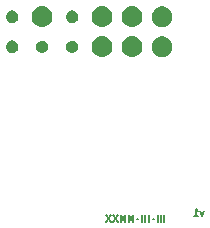
<source format=gbs>
%TF.GenerationSoftware,KiCad,Pcbnew,(5.1.2-1)-1*%
%TF.CreationDate,2020-09-09T12:05:02+02:00*%
%TF.ProjectId,N64 RGB AMP v1,4e363420-5247-4422-9041-4d502076312e,2.21*%
%TF.SameCoordinates,Original*%
%TF.FileFunction,Soldermask,Bot*%
%TF.FilePolarity,Negative*%
%FSLAX46Y46*%
G04 Gerber Fmt 4.6, Leading zero omitted, Abs format (unit mm)*
G04 Created by KiCad (PCBNEW (5.1.2-1)-1) date 2020-09-09 12:05:02*
%MOMM*%
%LPD*%
G04 APERTURE LIST*
%ADD10C,0.150000*%
G04 APERTURE END LIST*
D10*
X134738571Y-166561428D02*
X134738571Y-165961428D01*
X134452857Y-166561428D02*
X134452857Y-165961428D01*
X134167142Y-166561428D02*
X134167142Y-165961428D01*
X133795714Y-166304285D02*
X133824285Y-166332857D01*
X133795714Y-166361428D01*
X133767142Y-166332857D01*
X133795714Y-166304285D01*
X133795714Y-166361428D01*
X133424285Y-166561428D02*
X133424285Y-165961428D01*
X133138571Y-166561428D02*
X133138571Y-165961428D01*
X132852857Y-166561428D02*
X132852857Y-165961428D01*
X132481428Y-166304285D02*
X132510000Y-166332857D01*
X132481428Y-166361428D01*
X132452857Y-166332857D01*
X132481428Y-166304285D01*
X132481428Y-166361428D01*
X132110000Y-166561428D02*
X132110000Y-165961428D01*
X131910000Y-166390000D01*
X131710000Y-165961428D01*
X131710000Y-166561428D01*
X131424285Y-166561428D02*
X131424285Y-165961428D01*
X131224285Y-166390000D01*
X131024285Y-165961428D01*
X131024285Y-166561428D01*
X130795714Y-165961428D02*
X130395714Y-166561428D01*
X130395714Y-165961428D02*
X130795714Y-166561428D01*
X130224285Y-165961428D02*
X129824285Y-166561428D01*
X129824285Y-165961428D02*
X130224285Y-166561428D01*
X138078571Y-165691428D02*
X137935714Y-166091428D01*
X137792857Y-165691428D01*
X137250000Y-166091428D02*
X137592857Y-166091428D01*
X137421428Y-166091428D02*
X137421428Y-165491428D01*
X137478571Y-165577142D01*
X137535714Y-165634285D01*
X137592857Y-165662857D01*
G36*
X134673442Y-150878407D02*
G01*
X134800231Y-150903626D01*
X134959465Y-150969583D01*
X134959468Y-150969585D01*
X135102780Y-151065343D01*
X135224657Y-151187220D01*
X135286483Y-151279749D01*
X135320417Y-151330535D01*
X135386374Y-151489769D01*
X135403023Y-151573470D01*
X135420000Y-151658820D01*
X135420000Y-151831180D01*
X135416670Y-151847919D01*
X135386374Y-152000231D01*
X135320417Y-152159465D01*
X135320415Y-152159468D01*
X135224657Y-152302780D01*
X135102780Y-152424657D01*
X134959468Y-152520415D01*
X134959465Y-152520417D01*
X134800231Y-152586374D01*
X134694836Y-152607338D01*
X134631180Y-152620000D01*
X134458820Y-152620000D01*
X134395164Y-152607338D01*
X134289769Y-152586374D01*
X134130535Y-152520417D01*
X134130532Y-152520415D01*
X133987220Y-152424657D01*
X133865343Y-152302780D01*
X133769585Y-152159468D01*
X133769583Y-152159465D01*
X133703626Y-152000231D01*
X133673330Y-151847919D01*
X133670000Y-151831180D01*
X133670000Y-151658820D01*
X133686977Y-151573470D01*
X133703626Y-151489769D01*
X133769583Y-151330535D01*
X133803517Y-151279749D01*
X133865343Y-151187220D01*
X133987220Y-151065343D01*
X134130532Y-150969585D01*
X134130535Y-150969583D01*
X134289769Y-150903626D01*
X134416558Y-150878407D01*
X134458820Y-150870000D01*
X134631180Y-150870000D01*
X134673442Y-150878407D01*
X134673442Y-150878407D01*
G37*
G36*
X132176530Y-150882661D02*
G01*
X132341468Y-150932695D01*
X132493476Y-151013944D01*
X132626712Y-151123288D01*
X132736056Y-151256524D01*
X132817305Y-151408532D01*
X132867339Y-151573470D01*
X132884233Y-151745000D01*
X132867339Y-151916530D01*
X132817305Y-152081468D01*
X132736056Y-152233476D01*
X132626712Y-152366712D01*
X132493476Y-152476056D01*
X132341468Y-152557305D01*
X132176530Y-152607339D01*
X132047979Y-152620000D01*
X131962021Y-152620000D01*
X131833470Y-152607339D01*
X131668532Y-152557305D01*
X131516524Y-152476056D01*
X131383288Y-152366712D01*
X131273944Y-152233476D01*
X131192695Y-152081468D01*
X131142661Y-151916530D01*
X131125767Y-151745000D01*
X131142661Y-151573470D01*
X131192695Y-151408532D01*
X131273944Y-151256524D01*
X131383288Y-151123288D01*
X131516524Y-151013944D01*
X131668532Y-150932695D01*
X131833470Y-150882661D01*
X131962021Y-150870000D01*
X132047979Y-150870000D01*
X132176530Y-150882661D01*
X132176530Y-150882661D01*
G37*
G36*
X129636530Y-150882661D02*
G01*
X129801468Y-150932695D01*
X129953476Y-151013944D01*
X130086712Y-151123288D01*
X130196056Y-151256524D01*
X130277305Y-151408532D01*
X130327339Y-151573470D01*
X130344233Y-151745000D01*
X130327339Y-151916530D01*
X130277305Y-152081468D01*
X130196056Y-152233476D01*
X130086712Y-152366712D01*
X129953476Y-152476056D01*
X129801468Y-152557305D01*
X129636530Y-152607339D01*
X129507979Y-152620000D01*
X129422021Y-152620000D01*
X129293470Y-152607339D01*
X129128532Y-152557305D01*
X128976524Y-152476056D01*
X128843288Y-152366712D01*
X128733944Y-152233476D01*
X128652695Y-152081468D01*
X128602661Y-151916530D01*
X128585767Y-151745000D01*
X128602661Y-151573470D01*
X128652695Y-151408532D01*
X128733944Y-151256524D01*
X128843288Y-151123288D01*
X128976524Y-151013944D01*
X129128532Y-150932695D01*
X129293470Y-150882661D01*
X129422021Y-150870000D01*
X129507979Y-150870000D01*
X129636530Y-150882661D01*
X129636530Y-150882661D01*
G37*
G36*
X126989353Y-151223798D02*
G01*
X127027919Y-151227597D01*
X127069386Y-151240176D01*
X127126881Y-151257617D01*
X127218086Y-151306367D01*
X127298027Y-151371973D01*
X127363633Y-151451914D01*
X127412383Y-151543119D01*
X127442403Y-151642082D01*
X127452540Y-151745000D01*
X127442403Y-151847918D01*
X127412383Y-151946881D01*
X127363633Y-152038086D01*
X127298027Y-152118027D01*
X127218086Y-152183633D01*
X127126881Y-152232383D01*
X127077399Y-152247393D01*
X127027919Y-152262403D01*
X126989353Y-152266202D01*
X126950788Y-152270000D01*
X126899212Y-152270000D01*
X126860647Y-152266202D01*
X126822081Y-152262403D01*
X126772601Y-152247393D01*
X126723119Y-152232383D01*
X126631914Y-152183633D01*
X126551973Y-152118027D01*
X126486367Y-152038086D01*
X126437617Y-151946881D01*
X126407597Y-151847918D01*
X126397460Y-151745000D01*
X126407597Y-151642082D01*
X126437617Y-151543119D01*
X126486367Y-151451914D01*
X126551973Y-151371973D01*
X126631914Y-151306367D01*
X126723119Y-151257617D01*
X126780614Y-151240176D01*
X126822081Y-151227597D01*
X126860647Y-151223798D01*
X126899212Y-151220000D01*
X126950788Y-151220000D01*
X126989353Y-151223798D01*
X126989353Y-151223798D01*
G37*
G36*
X124449353Y-151223798D02*
G01*
X124487919Y-151227597D01*
X124529386Y-151240176D01*
X124586881Y-151257617D01*
X124678086Y-151306367D01*
X124758027Y-151371973D01*
X124823633Y-151451914D01*
X124872383Y-151543119D01*
X124902403Y-151642082D01*
X124912540Y-151745000D01*
X124902403Y-151847918D01*
X124872383Y-151946881D01*
X124823633Y-152038086D01*
X124758027Y-152118027D01*
X124678086Y-152183633D01*
X124586881Y-152232383D01*
X124537399Y-152247393D01*
X124487919Y-152262403D01*
X124449353Y-152266202D01*
X124410788Y-152270000D01*
X124359212Y-152270000D01*
X124320647Y-152266202D01*
X124282081Y-152262403D01*
X124232601Y-152247393D01*
X124183119Y-152232383D01*
X124091914Y-152183633D01*
X124011973Y-152118027D01*
X123946367Y-152038086D01*
X123897617Y-151946881D01*
X123867597Y-151847918D01*
X123857460Y-151745000D01*
X123867597Y-151642082D01*
X123897617Y-151543119D01*
X123946367Y-151451914D01*
X124011973Y-151371973D01*
X124091914Y-151306367D01*
X124183119Y-151257617D01*
X124240614Y-151240176D01*
X124282081Y-151227597D01*
X124320647Y-151223798D01*
X124359212Y-151220000D01*
X124410788Y-151220000D01*
X124449353Y-151223798D01*
X124449353Y-151223798D01*
G37*
G36*
X121922065Y-151225044D02*
G01*
X121998140Y-151240176D01*
X122093677Y-151279749D01*
X122093678Y-151279750D01*
X122093681Y-151279751D01*
X122179668Y-151337206D01*
X122252794Y-151410332D01*
X122310249Y-151496319D01*
X122310250Y-151496322D01*
X122310251Y-151496323D01*
X122349824Y-151591860D01*
X122370000Y-151693293D01*
X122370000Y-151796707D01*
X122349824Y-151898140D01*
X122310251Y-151993677D01*
X122310249Y-151993681D01*
X122252794Y-152079668D01*
X122179668Y-152152794D01*
X122093681Y-152210249D01*
X122093678Y-152210250D01*
X122093677Y-152210251D01*
X121998140Y-152249824D01*
X121934900Y-152262403D01*
X121896708Y-152270000D01*
X121793292Y-152270000D01*
X121755100Y-152262403D01*
X121691860Y-152249824D01*
X121596323Y-152210251D01*
X121596322Y-152210250D01*
X121596319Y-152210249D01*
X121510332Y-152152794D01*
X121437206Y-152079668D01*
X121379751Y-151993681D01*
X121379749Y-151993677D01*
X121340176Y-151898140D01*
X121320000Y-151796707D01*
X121320000Y-151693293D01*
X121340176Y-151591860D01*
X121379749Y-151496323D01*
X121379750Y-151496322D01*
X121379751Y-151496319D01*
X121437206Y-151410332D01*
X121510332Y-151337206D01*
X121596319Y-151279751D01*
X121596322Y-151279750D01*
X121596323Y-151279749D01*
X121691860Y-151240176D01*
X121767935Y-151225044D01*
X121793292Y-151220000D01*
X121896708Y-151220000D01*
X121922065Y-151225044D01*
X121922065Y-151225044D01*
G37*
G36*
X134673442Y-148338407D02*
G01*
X134800231Y-148363626D01*
X134959465Y-148429583D01*
X134959468Y-148429585D01*
X135102780Y-148525343D01*
X135224657Y-148647220D01*
X135260041Y-148700176D01*
X135320417Y-148790535D01*
X135386374Y-148949769D01*
X135420000Y-149118821D01*
X135420000Y-149291179D01*
X135386374Y-149460231D01*
X135320417Y-149619465D01*
X135320415Y-149619468D01*
X135224657Y-149762780D01*
X135102780Y-149884657D01*
X134959468Y-149980415D01*
X134959465Y-149980417D01*
X134800231Y-150046374D01*
X134694836Y-150067338D01*
X134631180Y-150080000D01*
X134458820Y-150080000D01*
X134395164Y-150067338D01*
X134289769Y-150046374D01*
X134130535Y-149980417D01*
X134130532Y-149980415D01*
X133987220Y-149884657D01*
X133865343Y-149762780D01*
X133769585Y-149619468D01*
X133769583Y-149619465D01*
X133703626Y-149460231D01*
X133670000Y-149291179D01*
X133670000Y-149118821D01*
X133703626Y-148949769D01*
X133769583Y-148790535D01*
X133829959Y-148700176D01*
X133865343Y-148647220D01*
X133987220Y-148525343D01*
X134130532Y-148429585D01*
X134130535Y-148429583D01*
X134289769Y-148363626D01*
X134416558Y-148338407D01*
X134458820Y-148330000D01*
X134631180Y-148330000D01*
X134673442Y-148338407D01*
X134673442Y-148338407D01*
G37*
G36*
X132176530Y-148342661D02*
G01*
X132341468Y-148392695D01*
X132493476Y-148473944D01*
X132626712Y-148583288D01*
X132736056Y-148716524D01*
X132817305Y-148868532D01*
X132867339Y-149033470D01*
X132884233Y-149205000D01*
X132867339Y-149376530D01*
X132817305Y-149541468D01*
X132736056Y-149693476D01*
X132626712Y-149826712D01*
X132493476Y-149936056D01*
X132341468Y-150017305D01*
X132176530Y-150067339D01*
X132047979Y-150080000D01*
X131962021Y-150080000D01*
X131833470Y-150067339D01*
X131668532Y-150017305D01*
X131516524Y-149936056D01*
X131383288Y-149826712D01*
X131273944Y-149693476D01*
X131192695Y-149541468D01*
X131142661Y-149376530D01*
X131125767Y-149205000D01*
X131142661Y-149033470D01*
X131192695Y-148868532D01*
X131273944Y-148716524D01*
X131383288Y-148583288D01*
X131516524Y-148473944D01*
X131668532Y-148392695D01*
X131833470Y-148342661D01*
X131962021Y-148330000D01*
X132047979Y-148330000D01*
X132176530Y-148342661D01*
X132176530Y-148342661D01*
G37*
G36*
X129636530Y-148342661D02*
G01*
X129801468Y-148392695D01*
X129953476Y-148473944D01*
X130086712Y-148583288D01*
X130196056Y-148716524D01*
X130277305Y-148868532D01*
X130327339Y-149033470D01*
X130344233Y-149205000D01*
X130327339Y-149376530D01*
X130277305Y-149541468D01*
X130196056Y-149693476D01*
X130086712Y-149826712D01*
X129953476Y-149936056D01*
X129801468Y-150017305D01*
X129636530Y-150067339D01*
X129507979Y-150080000D01*
X129422021Y-150080000D01*
X129293470Y-150067339D01*
X129128532Y-150017305D01*
X128976524Y-149936056D01*
X128843288Y-149826712D01*
X128733944Y-149693476D01*
X128652695Y-149541468D01*
X128602661Y-149376530D01*
X128585767Y-149205000D01*
X128602661Y-149033470D01*
X128652695Y-148868532D01*
X128733944Y-148716524D01*
X128843288Y-148583288D01*
X128976524Y-148473944D01*
X129128532Y-148392695D01*
X129293470Y-148342661D01*
X129422021Y-148330000D01*
X129507979Y-148330000D01*
X129636530Y-148342661D01*
X129636530Y-148342661D01*
G37*
G36*
X124556530Y-148342661D02*
G01*
X124721468Y-148392695D01*
X124873476Y-148473944D01*
X125006712Y-148583288D01*
X125116056Y-148716524D01*
X125197305Y-148868532D01*
X125247339Y-149033470D01*
X125264233Y-149205000D01*
X125247339Y-149376530D01*
X125197305Y-149541468D01*
X125116056Y-149693476D01*
X125006712Y-149826712D01*
X124873476Y-149936056D01*
X124721468Y-150017305D01*
X124556530Y-150067339D01*
X124427979Y-150080000D01*
X124342021Y-150080000D01*
X124213470Y-150067339D01*
X124048532Y-150017305D01*
X123896524Y-149936056D01*
X123763288Y-149826712D01*
X123653944Y-149693476D01*
X123572695Y-149541468D01*
X123522661Y-149376530D01*
X123505767Y-149205000D01*
X123522661Y-149033470D01*
X123572695Y-148868532D01*
X123653944Y-148716524D01*
X123763288Y-148583288D01*
X123896524Y-148473944D01*
X124048532Y-148392695D01*
X124213470Y-148342661D01*
X124342021Y-148330000D01*
X124427979Y-148330000D01*
X124556530Y-148342661D01*
X124556530Y-148342661D01*
G37*
G36*
X127002065Y-148685044D02*
G01*
X127078140Y-148700176D01*
X127173677Y-148739749D01*
X127173678Y-148739750D01*
X127173681Y-148739751D01*
X127259668Y-148797206D01*
X127332794Y-148870332D01*
X127390249Y-148956319D01*
X127390250Y-148956322D01*
X127390251Y-148956323D01*
X127429824Y-149051860D01*
X127450000Y-149153293D01*
X127450000Y-149256707D01*
X127429824Y-149358140D01*
X127390251Y-149453677D01*
X127390249Y-149453681D01*
X127332794Y-149539668D01*
X127259668Y-149612794D01*
X127173681Y-149670249D01*
X127173678Y-149670250D01*
X127173677Y-149670251D01*
X127078140Y-149709824D01*
X127002065Y-149724956D01*
X126976708Y-149730000D01*
X126873292Y-149730000D01*
X126847935Y-149724956D01*
X126771860Y-149709824D01*
X126676323Y-149670251D01*
X126676322Y-149670250D01*
X126676319Y-149670249D01*
X126590332Y-149612794D01*
X126517206Y-149539668D01*
X126459751Y-149453681D01*
X126459749Y-149453677D01*
X126420176Y-149358140D01*
X126400000Y-149256707D01*
X126400000Y-149153293D01*
X126420176Y-149051860D01*
X126459749Y-148956323D01*
X126459750Y-148956322D01*
X126459751Y-148956319D01*
X126517206Y-148870332D01*
X126590332Y-148797206D01*
X126676319Y-148739751D01*
X126676322Y-148739750D01*
X126676323Y-148739749D01*
X126771860Y-148700176D01*
X126847935Y-148685044D01*
X126873292Y-148680000D01*
X126976708Y-148680000D01*
X127002065Y-148685044D01*
X127002065Y-148685044D01*
G37*
G36*
X121922065Y-148685044D02*
G01*
X121998140Y-148700176D01*
X122093677Y-148739749D01*
X122093678Y-148739750D01*
X122093681Y-148739751D01*
X122179668Y-148797206D01*
X122252794Y-148870332D01*
X122310249Y-148956319D01*
X122310250Y-148956322D01*
X122310251Y-148956323D01*
X122349824Y-149051860D01*
X122370000Y-149153293D01*
X122370000Y-149256707D01*
X122349824Y-149358140D01*
X122310251Y-149453677D01*
X122310249Y-149453681D01*
X122252794Y-149539668D01*
X122179668Y-149612794D01*
X122093681Y-149670249D01*
X122093678Y-149670250D01*
X122093677Y-149670251D01*
X121998140Y-149709824D01*
X121922065Y-149724956D01*
X121896708Y-149730000D01*
X121793292Y-149730000D01*
X121767935Y-149724956D01*
X121691860Y-149709824D01*
X121596323Y-149670251D01*
X121596322Y-149670250D01*
X121596319Y-149670249D01*
X121510332Y-149612794D01*
X121437206Y-149539668D01*
X121379751Y-149453681D01*
X121379749Y-149453677D01*
X121340176Y-149358140D01*
X121320000Y-149256707D01*
X121320000Y-149153293D01*
X121340176Y-149051860D01*
X121379749Y-148956323D01*
X121379750Y-148956322D01*
X121379751Y-148956319D01*
X121437206Y-148870332D01*
X121510332Y-148797206D01*
X121596319Y-148739751D01*
X121596322Y-148739750D01*
X121596323Y-148739749D01*
X121691860Y-148700176D01*
X121767935Y-148685044D01*
X121793292Y-148680000D01*
X121896708Y-148680000D01*
X121922065Y-148685044D01*
X121922065Y-148685044D01*
G37*
M02*

</source>
